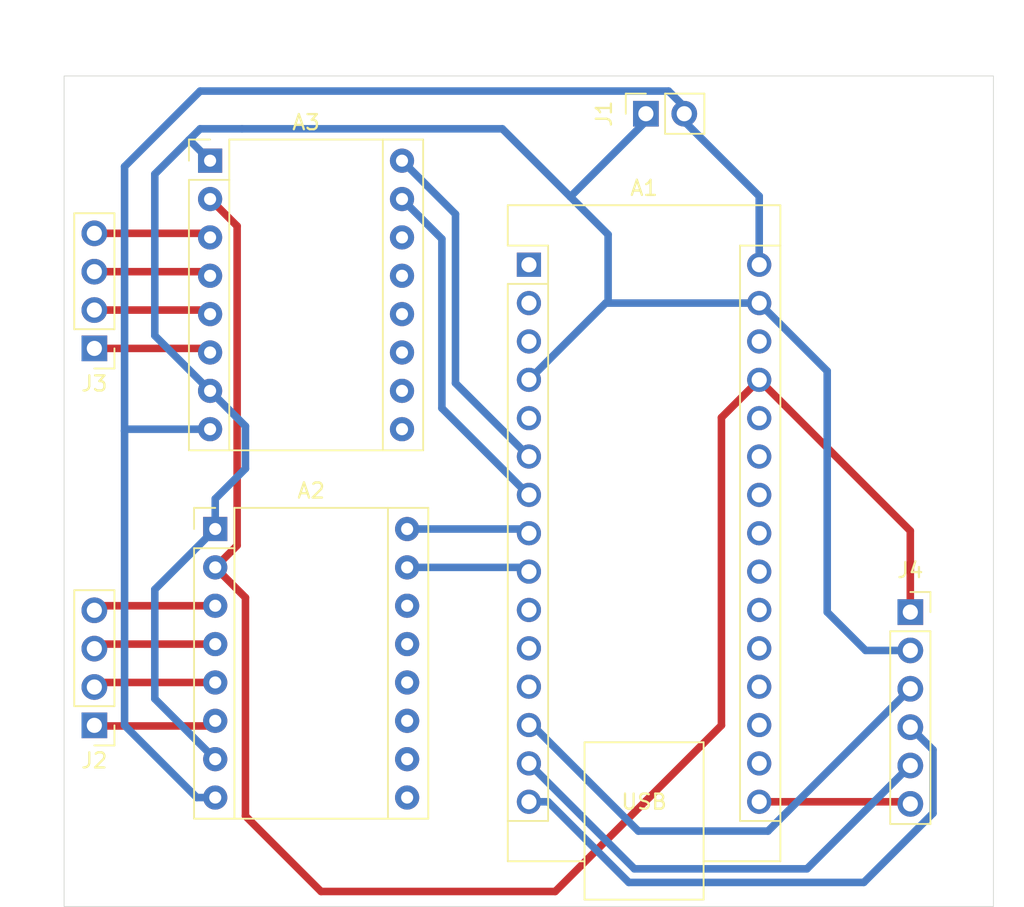
<source format=kicad_pcb>
(kicad_pcb (version 20240108) (generator "pcbnew") (generator_version "8.0")
  (layers (0 "F.Cu" signal) (31 "B.Cu" signal) (34 "B.Paste" user) (35 "F.Paste" user) (36 "B.SilkS" user "B.Silkscreen") (37 "F.SilkS" user "F.Silkscreen") (38 "B.Mask" user) (39 "F.Mask" user) (44 "Edge.Cuts" user))
  (net 0 "")
  (net 6 "GND")
  (net 11 "+12V")
  (net 21 "+5V")
  (net 28 "Net-(A1-D6)")
  (net 29 "Net-(A1-D5)")
  (net 30 "Net-(A2-1A)")
  (net 31 "Net-(A2-1B)")
  (net 32 "Net-(A2-2B)")
  (net 33 "Net-(A2-2A)")
  (net 36 "Net-(A3-1B)")
  (net 37 "Net-(A3-1A)")
  (net 40 "Net-(A3-2A)")
  (net 41 "Net-(A3-2B)")
  (net 44 "Net-(A1-D4)")
  (net 45 "Net-(A1-MOSI)")
  (net 46 "Net-(A1-SCK)")
  (net 47 "Net-(A1-MISO)")
  (net 48 "Net-(A1-D10)")
  (net 49 "Net-(A1-D3)")
  (footprint "Connector_PinHeader_2.54mm:PinHeader_1x04_P2.54mm_Vertical" (layer "F.Cu") (at 77 85 180)
    (property "Reference" "J2" (at 0 -2.33 180) (layer "F.SilkS"))
    (property "Value" "Conn_01x04_Pin")
    (fp_line (start 1.33 1.27) (end 1.33 8.95) (stroke (width 0.12)) (layer "F.SilkS"))
    (fp_line (start -1.33 8.95) (end 1.33 8.95) (stroke (width 0.12)) (layer "F.SilkS"))
    (fp_line (start -1.33 1.27) (end 1.33 1.27) (stroke (width 0.12)) (layer "F.SilkS"))
    (fp_line (start -1.33 1.27) (end -1.33 8.95) (stroke (width 0.12)) (layer "F.SilkS"))
    (fp_line (start -1.33 0) (end -1.33 -1.33) (stroke (width 0.12)) (layer "F.SilkS"))
    (fp_line (start -1.33 -1.33) (end 0 -1.33) (stroke (width 0.12)) (layer "F.SilkS"))
    (pad "1" thru_hole rect (at 0 0 180) (size 1.7 1.7) (drill 1) (layers "*.Cu" "*.Mask") (net 32 "Net-(A2-2B)"))
    (pad "2" thru_hole oval (at 0 2.54 180) (size 1.7 1.7) (drill 1) (layers "*.Cu" "*.Mask") (net 33 "Net-(A2-2A)"))
    (pad "3" thru_hole oval (at 0 5.08 180) (size 1.7 1.7) (drill 1) (layers "*.Cu" "*.Mask") (net 30 "Net-(A2-1A)"))
    (pad "4" thru_hole oval (at 0 7.62 180) (size 1.7 1.7) (drill 1) (layers "*.Cu" "*.Mask") (net 31 "Net-(A2-1B)"))
  )
  (footprint "Connector_PinSocket_2.54mm:PinSocket_1x06_P2.54mm_Vertical" (layer "F.Cu") (at 131 77.5)
    (property "Reference" "J4" (at 0 -2.77 360) (layer "F.SilkS"))
    (property "Value" "Conn_01x06_Socket")
    (fp_line (start -1.33 1.27) (end -1.33 14.03) (stroke (width 0.12)) (layer "F.SilkS"))
    (fp_line (start -1.33 1.27) (end 1.33 1.27) (stroke (width 0.12)) (layer "F.SilkS"))
    (fp_line (start -1.33 14.03) (end 1.33 14.03) (stroke (width 0.12)) (layer "F.SilkS"))
    (fp_line (start 0 -1.33) (end 1.33 -1.33) (stroke (width 0.12)) (layer "F.SilkS"))
    (fp_line (start 1.33 -1.33) (end 1.33 0) (stroke (width 0.12)) (layer "F.SilkS"))
    (fp_line (start 1.33 1.27) (end 1.33 14.03) (stroke (width 0.12)) (layer "F.SilkS"))
    (pad "1" thru_hole rect (at 0 0) (size 1.7 1.7) (drill 1) (layers "*.Cu" "*.Mask") (net 21 "+5V"))
    (pad "2" thru_hole oval (at 0 2.54) (size 1.7 1.7) (drill 1) (layers "*.Cu" "*.Mask") (net 6 "GND"))
    (pad "3" thru_hole oval (at 0 5.08) (size 1.7 1.7) (drill 1) (layers "*.Cu" "*.Mask") (net 48 "Net-(A1-D10)"))
    (pad "4" thru_hole oval (at 0 7.62) (size 1.7 1.7) (drill 1) (layers "*.Cu" "*.Mask") (net 47 "Net-(A1-MISO)"))
    (pad "5" thru_hole oval (at 0 10.16) (size 1.7 1.7) (drill 1) (layers "*.Cu" "*.Mask") (net 45 "Net-(A1-MOSI)"))
    (pad "6" thru_hole oval (at 0 12.7) (size 1.7 1.7) (drill 1) (layers "*.Cu" "*.Mask") (net 46 "Net-(A1-SCK)"))
  )
  (footprint "Module:Pololu_Breakout-16_15.2x20.3mm" (layer "F.Cu") (at 84.66 47.61)
    (property "Reference" "A3" (at 6.35 -2.54 0) (layer "F.SilkS"))
    (property "Value" "Pololu_Breakout_A4988")
    (fp_line (start -1.4 -1.4) (end -1.4 0) (stroke (width 0.12)) (layer "F.SilkS"))
    (fp_line (start -1.4 1.27) (end -1.4 19.18) (stroke (width 0.12)) (layer "F.SilkS"))
    (fp_line (start -1.4 19.18) (end 14.1 19.18) (stroke (width 0.12)) (layer "F.SilkS"))
    (fp_line (start 0 -1.4) (end -1.4 -1.4) (stroke (width 0.12)) (layer "F.SilkS"))
    (fp_line (start 1.27 -1.4) (end 1.27 1.27) (stroke (width 0.12)) (layer "F.SilkS"))
    (fp_line (start 1.27 1.27) (end -1.4 1.27) (stroke (width 0.12)) (layer "F.SilkS"))
    (fp_line (start 1.27 1.27) (end 1.27 19.18) (stroke (width 0.12)) (layer "F.SilkS"))
    (fp_line (start 11.43 -1.4) (end 11.43 19.18) (stroke (width 0.12)) (layer "F.SilkS"))
    (fp_line (start 14.1 -1.4) (end 1.27 -1.4) (stroke (width 0.12)) (layer "F.SilkS"))
    (fp_line (start 14.1 19.18) (end 14.1 -1.4) (stroke (width 0.12)) (layer "F.SilkS"))
    (pad "1" thru_hole rect (at 0 0) (size 1.6 1.6) (drill 0.8) (layers "*.Cu" "*.Mask") (net 6 "GND"))
    (pad "2" thru_hole oval (at 0 2.54) (size 1.6 1.6) (drill 0.8) (layers "*.Cu" "*.Mask") (net 21 "+5V"))
    (pad "3" thru_hole oval (at 0 5.08) (size 1.6 1.6) (drill 0.8) (layers "*.Cu" "*.Mask") (net 36 "Net-(A3-1B)"))
    (pad "4" thru_hole oval (at 0 7.62) (size 1.6 1.6) (drill 0.8) (layers "*.Cu" "*.Mask") (net 37 "Net-(A3-1A)"))
    (pad "5" thru_hole oval (at 0 10.16) (size 1.6 1.6) (drill 0.8) (layers "*.Cu" "*.Mask") (net 40 "Net-(A3-2A)"))
    (pad "6" thru_hole oval (at 0 12.7) (size 1.6 1.6) (drill 0.8) (layers "*.Cu" "*.Mask") (net 41 "Net-(A3-2B)"))
    (pad "7" thru_hole oval (at 0 15.24) (size 1.6 1.6) (drill 0.8) (layers "*.Cu" "*.Mask") (net 6 "GND"))
    (pad "8" thru_hole oval (at 0 17.78) (size 1.6 1.6) (drill 0.8) (layers "*.Cu" "*.Mask") (net 11 "+12V"))
    (pad "9" thru_hole oval (at 12.7 17.78) (size 1.6 1.6) (drill 0.8) (layers "*.Cu" "*.Mask"))
    (pad "10" thru_hole oval (at 12.7 15.24) (size 1.6 1.6) (drill 0.8) (layers "*.Cu" "*.Mask"))
    (pad "11" thru_hole oval (at 12.7 12.7) (size 1.6 1.6) (drill 0.8) (layers "*.Cu" "*.Mask"))
    (pad "12" thru_hole oval (at 12.7 10.16) (size 1.6 1.6) (drill 0.8) (layers "*.Cu" "*.Mask"))
    (pad "13" thru_hole oval (at 12.7 7.62) (size 1.6 1.6) (drill 0.8) (layers "*.Cu" "*.Mask"))
    (pad "14" thru_hole oval (at 12.7 5.08) (size 1.6 1.6) (drill 0.8) (layers "*.Cu" "*.Mask"))
    (pad "15" thru_hole oval (at 12.7 2.54) (size 1.6 1.6) (drill 0.8) (layers "*.Cu" "*.Mask") (net 44 "Net-(A1-D4)"))
    (pad "16" thru_hole oval (at 12.7 0) (size 1.6 1.6) (drill 0.8) (layers "*.Cu" "*.Mask") (net 49 "Net-(A1-D3)"))
  )
  (footprint "Connector_PinSocket_2.54mm:PinSocket_1x02_P2.54mm_Vertical" (layer "F.Cu") (at 113.5 44.5 90)
    (property "Reference" "J1" (at 0 -2.77 270) (layer "F.SilkS"))
    (property "Value" "Conn_01x02_Socket")
    (fp_line (start 1.33 -1.33) (end 1.33 0) (stroke (width 0.12)) (layer "F.SilkS"))
    (fp_line (start 0 -1.33) (end 1.33 -1.33) (stroke (width 0.12)) (layer "F.SilkS"))
    (fp_line (start 1.33 1.27) (end 1.33 3.87) (stroke (width 0.12)) (layer "F.SilkS"))
    (fp_line (start -1.33 1.27) (end 1.33 1.27) (stroke (width 0.12)) (layer "F.SilkS"))
    (fp_line (start -1.33 1.27) (end -1.33 3.87) (stroke (width 0.12)) (layer "F.SilkS"))
    (fp_line (start -1.33 3.87) (end 1.33 3.87) (stroke (width 0.12)) (layer "F.SilkS"))
    (pad "1" thru_hole rect (at 0 0 90) (size 1.7 1.7) (drill 1) (layers "*.Cu" "*.Mask") (net 6 "GND"))
    (pad "2" thru_hole oval (at 0 2.54 90) (size 1.7 1.7) (drill 1) (layers "*.Cu" "*.Mask") (net 11 "+12V"))
  )
  (footprint "Connector_PinHeader_2.54mm:PinHeader_1x04_P2.54mm_Vertical" (layer "F.Cu") (at 77 60.04 180)
    (property "Reference" "J3" (at 0 -2.33 180) (layer "F.SilkS"))
    (property "Value" "Conn_01x04_Pin" (hide yes))
    (fp_line (start 1.33 1.27) (end 1.33 8.95) (stroke (width 0.12)) (layer "F.SilkS"))
    (fp_line (start -1.33 8.95) (end 1.33 8.95) (stroke (width 0.12)) (layer "F.SilkS"))
    (fp_line (start -1.33 1.27) (end 1.33 1.27) (stroke (width 0.12)) (layer "F.SilkS"))
    (fp_line (start -1.33 1.27) (end -1.33 8.95) (stroke (width 0.12)) (layer "F.SilkS"))
    (fp_line (start -1.33 0) (end -1.33 -1.33) (stroke (width 0.12)) (layer "F.SilkS"))
    (fp_line (start -1.33 -1.33) (end 0 -1.33) (stroke (width 0.12)) (layer "F.SilkS"))
    (pad "1" thru_hole rect (at 0 0 180) (size 1.7 1.7) (drill 1) (layers "*.Cu" "*.Mask") (net 41 "Net-(A3-2B)"))
    (pad "2" thru_hole oval (at 0 2.54 180) (size 1.7 1.7) (drill 1) (layers "*.Cu" "*.Mask") (net 40 "Net-(A3-2A)"))
    (pad "3" thru_hole oval (at 0 5.08 180) (size 1.7 1.7) (drill 1) (layers "*.Cu" "*.Mask") (net 37 "Net-(A3-1A)"))
    (pad "4" thru_hole oval (at 0 7.62 180) (size 1.7 1.7) (drill 1) (layers "*.Cu" "*.Mask") (net 36 "Net-(A3-1B)"))
  )
  (footprint "Module:Arduino_Nano" (layer "F.Cu") (at 105.76 54.5)
    (property "Reference" "A1" (at 7.62 -5.08 0) (layer "F.SilkS"))
    (property "Value" "Arduino_Nano_Every")
    (fp_line (start -1.4 -3.94) (end -1.4 -1.27) (stroke (width 0.12)) (layer "F.SilkS"))
    (fp_line (start -1.4 1.27) (end -1.4 39.5) (stroke (width 0.12)) (layer "F.SilkS"))
    (fp_line (start -1.4 39.5) (end 3.68 39.5) (stroke (width 0.12)) (layer "F.SilkS"))
    (fp_line (start 1.27 -1.27) (end -1.4 -1.27) (stroke (width 0.12)) (layer "F.SilkS"))
    (fp_line (start 1.27 1.27) (end -1.4 1.27) (stroke (width 0.12)) (layer "F.SilkS"))
    (fp_line (start 1.27 1.27) (end 1.27 -1.27) (stroke (width 0.12)) (layer "F.SilkS"))
    (fp_line (start 1.27 1.27) (end 1.27 36.83) (stroke (width 0.12)) (layer "F.SilkS"))
    (fp_line (start 1.27 36.83) (end -1.4 36.83) (stroke (width 0.12)) (layer "F.SilkS"))
    (fp_line (start 3.68 31.62) (end 11.56 31.62) (stroke (width 0.12)) (layer "F.SilkS"))
    (fp_line (start 3.68 42.04) (end 3.68 31.62) (stroke (width 0.12)) (layer "F.SilkS"))
    (fp_line (start 11.56 31.62) (end 11.56 42.04) (stroke (width 0.12)) (layer "F.SilkS"))
    (fp_line (start 11.56 42.04) (end 3.68 42.04) (stroke (width 0.12)) (layer "F.SilkS"))
    (fp_line (start 13.97 -1.27) (end 13.97 36.83) (stroke (width 0.12)) (layer "F.SilkS"))
    (fp_line (start 13.97 -1.27) (end 16.64 -1.27) (stroke (width 0.12)) (layer "F.SilkS"))
    (fp_line (start 13.97 36.83) (end 16.64 36.83) (stroke (width 0.12)) (layer "F.SilkS"))
    (fp_line (start 16.64 -3.94) (end -1.4 -3.94) (stroke (width 0.12)) (layer "F.SilkS"))
    (fp_line (start 16.64 39.5) (end 11.56 39.5) (stroke (width 0.12)) (layer "F.SilkS"))
    (fp_line (start 16.64 39.5) (end 16.64 -3.94) (stroke (width 0.12)) (layer "F.SilkS"))
    (fp_text user "USB" (at 7.62 35.56 0) (layer "F.SilkS"))
    (pad "1" thru_hole rect (at 0 0) (size 1.6 1.6) (drill 1) (layers "*.Cu" "*.Mask"))
    (pad "2" thru_hole oval (at 0 2.54) (size 1.6 1.6) (drill 1) (layers "*.Cu" "*.Mask"))
    (pad "3" thru_hole oval (at 0 5.08) (size 1.6 1.6) (drill 1) (layers "*.Cu" "*.Mask"))
    (pad "4" thru_hole oval (at 0 7.62) (size 1.6 1.6) (drill 1) (layers "*.Cu" "*.Mask") (net 6 "GND"))
    (pad "5" thru_hole oval (at 0 10.16) (size 1.6 1.6) (drill 1) (layers "*.Cu" "*.Mask"))
    (pad "6" thru_hole oval (at 0 12.7) (size 1.6 1.6) (drill 1) (layers "*.Cu" "*.Mask") (net 49 "Net-(A1-D3)"))
    (pad "7" thru_hole oval (at 0 15.24) (size 1.6 1.6) (drill 1) (layers "*.Cu" "*.Mask") (net 44 "Net-(A1-D4)"))
    (pad "8" thru_hole oval (at 0 17.78) (size 1.6 1.6) (drill 1) (layers "*.Cu" "*.Mask") (net 29 "Net-(A1-D5)"))
    (pad "9" thru_hole oval (at 0 20.32) (size 1.6 1.6) (drill 1) (layers "*.Cu" "*.Mask") (net 28 "Net-(A1-D6)"))
    (pad "10" thru_hole oval (at 0 22.86) (size 1.6 1.6) (drill 1) (layers "*.Cu" "*.Mask"))
    (pad "11" thru_hole oval (at 0 25.4) (size 1.6 1.6) (drill 1) (layers "*.Cu" "*.Mask"))
    (pad "12" thru_hole oval (at 0 27.94) (size 1.6 1.6) (drill 1) (layers "*.Cu" "*.Mask"))
    (pad "13" thru_hole oval (at 0 30.48) (size 1.6 1.6) (drill 1) (layers "*.Cu" "*.Mask") (net 48 "Net-(A1-D10)"))
    (pad "14" thru_hole oval (at 0 33.02) (size 1.6 1.6) (drill 1) (layers "*.Cu" "*.Mask") (net 45 "Net-(A1-MOSI)"))
    (pad "15" thru_hole oval (at 0 35.56) (size 1.6 1.6) (drill 1) (layers "*.Cu" "*.Mask") (net 47 "Net-(A1-MISO)"))
    (pad "16" thru_hole oval (at 15.24 35.56) (size 1.6 1.6) (drill 1) (layers "*.Cu" "*.Mask") (net 46 "Net-(A1-SCK)"))
    (pad "17" thru_hole oval (at 15.24 33.02) (size 1.6 1.6) (drill 1) (layers "*.Cu" "*.Mask"))
    (pad "18" thru_hole oval (at 15.24 30.48) (size 1.6 1.6) (drill 1) (layers "*.Cu" "*.Mask"))
    (pad "19" thru_hole oval (at 15.24 27.94) (size 1.6 1.6) (drill 1) (layers "*.Cu" "*.Mask"))
    (pad "20" thru_hole oval (at 15.24 25.4) (size 1.6 1.6) (drill 1) (layers "*.Cu" "*.Mask"))
    (pad "21" thru_hole oval (at 15.24 22.86) (size 1.6 1.6) (drill 1) (layers "*.Cu" "*.Mask"))
    (pad "22" thru_hole oval (at 15.24 20.32) (size 1.6 1.6) (drill 1) (layers "*.Cu" "*.Mask"))
    (pad "23" thru_hole oval (at 15.24 17.78) (size 1.6 1.6) (drill 1) (layers "*.Cu" "*.Mask"))
    (pad "24" thru_hole oval (at 15.24 15.24) (size 1.6 1.6) (drill 1) (layers "*.Cu" "*.Mask"))
    (pad "25" thru_hole oval (at 15.24 12.7) (size 1.6 1.6) (drill 1) (layers "*.Cu" "*.Mask"))
    (pad "26" thru_hole oval (at 15.24 10.16) (size 1.6 1.6) (drill 1) (layers "*.Cu" "*.Mask"))
    (pad "27" thru_hole oval (at 15.24 7.62) (size 1.6 1.6) (drill 1) (layers "*.Cu" "*.Mask") (net 21 "+5V"))
    (pad "28" thru_hole oval (at 15.24 5.08) (size 1.6 1.6) (drill 1) (layers "*.Cu" "*.Mask"))
    (pad "29" thru_hole oval (at 15.24 2.54) (size 1.6 1.6) (drill 1) (layers "*.Cu" "*.Mask") (net 6 "GND"))
    (pad "30" thru_hole oval (at 15.24 0) (size 1.6 1.6) (drill 1) (layers "*.Cu" "*.Mask") (net 11 "+12V"))
  )
  (footprint "Module:Pololu_Breakout-16_15.2x20.3mm" (layer "F.Cu") (at 85 72)
    (property "Reference" "A2" (at 6.35 -2.54 0) (layer "F.SilkS"))
    (property "Value" "Pololu_Breakout_A4988")
    (fp_line (start -1.4 -1.4) (end -1.4 0) (stroke (width 0.12)) (layer "F.SilkS"))
    (fp_line (start -1.4 1.27) (end -1.4 19.18) (stroke (width 0.12)) (layer "F.SilkS"))
    (fp_line (start -1.4 19.18) (end 14.1 19.18) (stroke (width 0.12)) (layer "F.SilkS"))
    (fp_line (start 0 -1.4) (end -1.4 -1.4) (stroke (width 0.12)) (layer "F.SilkS"))
    (fp_line (start 1.27 -1.4) (end 1.27 1.27) (stroke (width 0.12)) (layer "F.SilkS"))
    (fp_line (start 1.27 1.27) (end -1.4 1.27) (stroke (width 0.12)) (layer "F.SilkS"))
    (fp_line (start 1.27 1.27) (end 1.27 19.18) (stroke (width 0.12)) (layer "F.SilkS"))
    (fp_line (start 11.43 -1.4) (end 11.43 19.18) (stroke (width 0.12)) (layer "F.SilkS"))
    (fp_line (start 14.1 -1.4) (end 1.27 -1.4) (stroke (width 0.12)) (layer "F.SilkS"))
    (fp_line (start 14.1 19.18) (end 14.1 -1.4) (stroke (width 0.12)) (layer "F.SilkS"))
    (pad "1" thru_hole rect (at 0 0) (size 1.6 1.6) (drill 0.8) (layers "*.Cu" "*.Mask") (net 6 "GND"))
    (pad "2" thru_hole oval (at 0 2.54) (size 1.6 1.6) (drill 0.8) (layers "*.Cu" "*.Mask") (net 21 "+5V"))
    (pad "3" thru_hole oval (at 0 5.08) (size 1.6 1.6) (drill 0.8) (layers "*.Cu" "*.Mask") (net 31 "Net-(A2-1B)"))
    (pad "4" thru_hole oval (at 0 7.62) (size 1.6 1.6) (drill 0.8) (layers "*.Cu" "*.Mask") (net 30 "Net-(A2-1A)"))
    (pad "5" thru_hole oval (at 0 10.16) (size 1.6 1.6) (drill 0.8) (layers "*.Cu" "*.Mask") (net 33 "Net-(A2-2A)"))
    (pad "6" thru_hole oval (at 0 12.7) (size 1.6 1.6) (drill 0.8) (layers "*.Cu" "*.Mask") (net 32 "Net-(A2-2B)"))
    (pad "7" thru_hole oval (at 0 15.24) (size 1.6 1.6) (drill 0.8) (layers "*.Cu" "*.Mask") (net 6 "GND"))
    (pad "8" thru_hole oval (at 0 17.78) (size 1.6 1.6) (drill 0.8) (layers "*.Cu" "*.Mask") (net 11 "+12V"))
    (pad "9" thru_hole oval (at 12.7 17.78) (size 1.6 1.6) (drill 0.8) (layers "*.Cu" "*.Mask"))
    (pad "10" thru_hole oval (at 12.7 15.24) (size 1.6 1.6) (drill 0.8) (layers "*.Cu" "*.Mask"))
    (pad "11" thru_hole oval (at 12.7 12.7) (size 1.6 1.6) (drill 0.8) (layers "*.Cu" "*.Mask"))
    (pad "12" thru_hole oval (at 12.7 10.16) (size 1.6 1.6) (drill 0.8) (layers "*.Cu" "*.Mask"))
    (pad "13" thru_hole oval (at 12.7 7.62) (size 1.6 1.6) (drill 0.8) (layers "*.Cu" "*.Mask"))
    (pad "14" thru_hole oval (at 12.7 5.08) (size 1.6 1.6) (drill 0.8) (layers "*.Cu" "*.Mask"))
    (pad "15" thru_hole oval (at 12.7 2.54) (size 1.6 1.6) (drill 0.8) (layers "*.Cu" "*.Mask") (net 28 "Net-(A1-D6)"))
    (pad "16" thru_hole oval (at 12.7 0) (size 1.6 1.6) (drill 0.8) (layers "*.Cu" "*.Mask") (net 29 "Net-(A1-D5)"))
  )
  (gr_rect (start 75 42) (end 136.5 97) (stroke (width 0.05)) (fill none) (layer "Edge.Cuts"))
  (segment (start 83.25 46.25) (end 81 48.5) (width 0.5) (layer "B.Cu") (net 6))
  (segment (start 81 76) (end 81 83.24) (width 0.5) (layer "B.Cu") (net 6))
  (segment (start 87 68) (end 87 65.19) (width 0.5) (layer "B.Cu") (net 6))
  (segment (start 104 45.5) (end 108.5 50) (width 0.5) (layer "B.Cu") (net 6))
  (segment (start 131 80.04) (end 128.04 80.04) (width 0.5) (layer "B.Cu") (net 6))
  (segment (start 81 48.5) (end 81 59.19) (width 0.5) (layer "B.Cu") (net 6))
  (segment (start 85 72) (end 85 70) (width 0.5) (layer "B.Cu") (net 6))
  (segment (start 86.77 45.5) (end 84 45.5) (width 0.5) (layer "B.Cu") (net 6))
  (segment (start 81 83.24) (end 85 87.24) (width 0.5) (layer "B.Cu") (net 6))
  (segment (start 125.5 77.5) (end 125.5 61.54) (width 0.5) (layer "B.Cu") (net 6))
  (segment (start 121 57.04) (end 111 57.04) (width 0.5) (layer "B.Cu") (net 6))
  (segment (start 128.04 80.04) (end 125.5 77.5) (width 0.5) (layer "B.Cu") (net 6))
  (segment (start 87 65.19) (end 84.66 62.85) (width 0.5) (layer "B.Cu") (net 6))
  (segment (start 83.3 46.25) (end 83.25 46.25) (width 0.5) (layer "B.Cu") (net 6))
  (segment (start 108.5 50) (end 111 52.5) (width 0.5) (layer "B.Cu") (net 6))
  (segment (start 84.66 47.61) (end 83.3 46.25) (width 0.5) (layer "B.Cu") (net 6))
  (segment (start 84 45.5) (end 83.25 46.25) (width 0.5) (layer "B.Cu") (net 6))
  (segment (start 111 57.04) (end 110.84 57.04) (width 0.5) (layer "B.Cu") (net 6))
  (segment (start 125.5 61.54) (end 121 57.04) (width 0.5) (layer "B.Cu") (net 6))
  (segment (start 110.84 57.04) (end 105.76 62.12) (width 0.5) (layer "B.Cu") (net 6))
  (segment (start 111 52.5) (end 111 57.04) (width 0.5) (layer "B.Cu") (net 6))
  (segment (start 108.5 50) (end 113.5 45) (width 0.5) (layer "B.Cu") (net 6))
  (segment (start 85 72) (end 81 76) (width 0.5) (layer "B.Cu") (net 6))
  (segment (start 113.5 45) (end 113.5 44.5) (width 0.5) (layer "B.Cu") (net 6))
  (segment (start 86.77 45.5) (end 104 45.5) (width 0.5) (layer "B.Cu") (net 6))
  (segment (start 81 59.19) (end 84.66 62.85) (width 0.5) (layer "B.Cu") (net 6))
  (segment (start 85 70) (end 87 68) (width 0.5) (layer "B.Cu") (net 6))
  (segment (start 79 48) (end 84 43) (width 0.5) (layer "B.Cu") (net 11))
  (segment (start 79.11 65.39) (end 79 65.5) (width 0.5) (layer "B.Cu") (net 11))
  (segment (start 115 43) (end 116.04 44.04) (width 0.5) (layer "B.Cu") (net 11))
  (segment (start 79 65.5) (end 79 85) (width 0.5) (layer "B.Cu") (net 11))
  (segment (start 116.04 44.5) (end 116.04 45) (width 0.5) (layer "B.Cu") (net 11))
  (segment (start 83.78 89.78) (end 85 89.78) (width 0.5) (layer "B.Cu") (net 11))
  (segment (start 116.04 44.04) (end 116.04 44.5) (width 0.5) (layer "B.Cu") (net 11))
  (segment (start 121 49.96) (end 121 54.5) (width 0.5) (layer "B.Cu") (net 11))
  (segment (start 84 43) (end 115 43) (width 0.5) (layer "B.Cu") (net 11))
  (segment (start 84.66 65.39) (end 79.11 65.39) (width 0.5) (layer "B.Cu") (net 11))
  (segment (start 116.04 45) (end 121 49.96) (width 0.5) (layer "B.Cu") (net 11))
  (segment (start 79 85) (end 83.78 89.78) (width 0.5) (layer "B.Cu") (net 11))
  (segment (start 79 65.5) (end 79 48) (width 0.5) (layer "B.Cu") (net 11))
  (segment (start 86.45 73.09) (end 85 74.54) (width 0.5) (layer "F.Cu") (net 21))
  (segment (start 87 76.54) (end 85 74.54) (width 0.5) (layer "F.Cu") (net 21))
  (segment (start 118.5 85) (end 107.5 96) (width 0.5) (layer "F.Cu") (net 21))
  (segment (start 118.5 64.62) (end 118.5 85) (width 0.5) (layer "F.Cu") (net 21))
  (segment (start 84.66 50.15) (end 86.45 51.94) (width 0.5) (layer "F.Cu") (net 21))
  (segment (start 86.45 51.94) (end 86.45 73.09) (width 0.5) (layer "F.Cu") (net 21))
  (segment (start 131 72.12) (end 121 62.12) (width 0.5) (layer "F.Cu") (net 21))
  (segment (start 87 91) (end 87 76.54) (width 0.5) (layer "F.Cu") (net 21))
  (segment (start 131 77.5) (end 131 72.12) (width 0.5) (layer "F.Cu") (net 21))
  (segment (start 92 96) (end 87 91) (width 0.5) (layer "F.Cu") (net 21))
  (segment (start 121 62.12) (end 118.5 64.62) (width 0.5) (layer "F.Cu") (net 21))
  (segment (start 107.5 96) (end 92 96) (width 0.5) (layer "F.Cu") (net 21))
  (segment (start 105.48 74.54) (end 105.76 74.82) (width 0.5) (layer "B.Cu") (net 28))
  (segment (start 97.7 74.54) (end 105.48 74.54) (width 0.5) (layer "B.Cu") (net 28))
  (segment (start 105.48 72) (end 105.76 72.28) (width 0.5) (layer "B.Cu") (net 29))
  (segment (start 97.7 72) (end 105.48 72) (width 0.5) (layer "B.Cu") (net 29))
  (segment (start 77.3 79.62) (end 77 79.92) (width 0.5) (layer "F.Cu") (net 30))
  (segment (start 85 79.62) (end 77.3 79.62) (width 0.5) (layer "F.Cu") (net 30))
  (segment (start 85 77.08) (end 77.3 77.08) (width 0.5) (layer "F.Cu") (net 31))
  (segment (start 77.3 77.08) (end 77 77.38) (width 0.5) (layer "F.Cu") (net 31))
  (segment (start 84.66 85.04) (end 85 84.7) (width 0.5) (layer "F.Cu") (net 32))
  (segment (start 77.04 85.04) (end 84.66 85.04) (width 0.5) (layer "F.Cu") (net 32))
  (segment (start 77 85) (end 77.04 85.04) (width 0.5) (layer "F.Cu") (net 32))
  (segment (start 85 82.16) (end 77.3 82.16) (width 0.5) (layer "F.Cu") (net 33))
  (segment (start 77.3 82.16) (end 77 82.46) (width 0.5) (layer "F.Cu") (net 33))
  (segment (start 84.39 52.42) (end 84.66 52.69) (width 0.5) (layer "F.Cu") (net 36))
  (segment (start 77 52.42) (end 84.39 52.42) (width 0.5) (layer "F.Cu") (net 36))
  (segment (start 84.39 54.96) (end 84.66 55.23) (width 0.5) (layer "F.Cu") (net 37))
  (segment (start 77 54.96) (end 84.39 54.96) (width 0.5) (layer "F.Cu") (net 37))
  (segment (start 77 57.5) (end 84.39 57.5) (width 0.5) (layer "F.Cu") (net 40))
  (segment (start 84.39 57.5) (end 84.66 57.77) (width 0.5) (layer "F.Cu") (net 40))
  (segment (start 84.39 60.04) (end 84.66 60.31) (width 0.5) (layer "F.Cu") (net 41))
  (segment (start 77 60.04) (end 84.39 60.04) (width 0.5) (layer "F.Cu") (net 41))
  (segment (start 100 64) (end 100 52.79) (width 0.5) (layer "B.Cu") (net 44))
  (segment (start 105.76 69.74) (end 105.74 69.74) (width 0.5) (layer "B.Cu") (net 44))
  (segment (start 100 52.79) (end 97.36 50.15) (width 0.5) (layer "B.Cu") (net 44))
  (segment (start 105.74 69.74) (end 100 64) (width 0.5) (layer "B.Cu") (net 44))
  (segment (start 124.16 94.5) (end 112.74 94.5) (width 0.5) (layer "B.Cu") (net 45))
  (segment (start 131 87.66) (end 124.16 94.5) (width 0.5) (layer "B.Cu") (net 45))
  (segment (start 105.76 87.52) (end 106.02 87.52) (width 0.5) (layer "B.Cu") (net 45))
  (segment (start 112.74 94.5) (end 105.76 87.52) (width 0.5) (layer "B.Cu") (net 45))
  (segment (start 130.86 90.06) (end 121 90.06) (width 0.5) (layer "F.Cu") (net 46))
  (segment (start 131 90.2) (end 130.86 90.06) (width 0.5) (layer "F.Cu") (net 46))
  (segment (start 107.027208 90.06) (end 105.76 90.06) (width 0.5) (layer "B.Cu") (net 47))
  (segment (start 132.5 90.821321) (end 127.921321 95.4) (width 0.5) (layer "B.Cu") (net 47))
  (segment (start 132.5 86.62) (end 132.5 90.821321) (width 0.5) (layer "B.Cu") (net 47))
  (segment (start 127.921321 95.4) (end 112.367208 95.4) (width 0.5) (layer "B.Cu") (net 47))
  (segment (start 112.367208 95.4) (end 107.027208 90.06) (width 0.5) (layer "B.Cu") (net 47))
  (segment (start 131 85.12) (end 132.5 86.62) (width 0.5) (layer "B.Cu") (net 47))
  (segment (start 131 82.58) (end 121.58 92) (width 0.5) (layer "B.Cu") (net 48))
  (segment (start 121.58 92) (end 113 92) (width 0.5) (layer "B.Cu") (net 48))
  (segment (start 105.98 84.98) (end 105.76 84.98) (width 0.5) (layer "B.Cu") (net 48))
  (segment (start 113 92) (end 105.98 84.98) (width 0.5) (layer "B.Cu") (net 48))
  (segment (start 100.9 51.15) (end 100.9 62.34) (width 0.5) (layer "B.Cu") (net 49))
  (segment (start 97.36 47.61) (end 100.9 51.15) (width 0.5) (layer "B.Cu") (net 49))
  (segment (start 100.9 62.34) (end 105.76 67.2) (width 0.5) (layer "B.Cu") (net 49))
)
</source>
